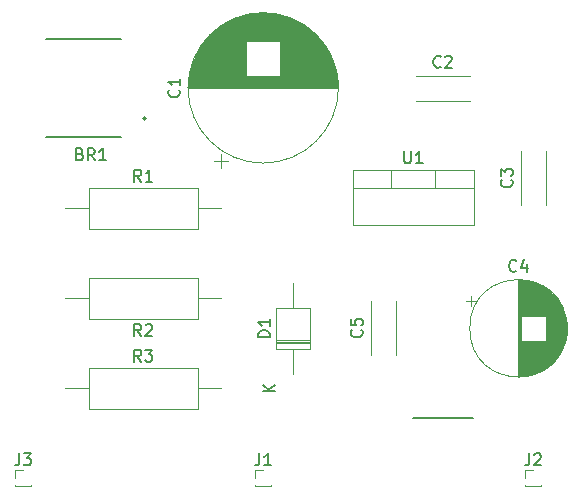
<source format=gbr>
%TF.GenerationSoftware,KiCad,Pcbnew,7.0.10*%
%TF.CreationDate,2024-02-08T23:12:59+01:00*%
%TF.ProjectId,dag-supply,6461672d-7375-4707-906c-792e6b696361,rev?*%
%TF.SameCoordinates,Original*%
%TF.FileFunction,Legend,Top*%
%TF.FilePolarity,Positive*%
%FSLAX46Y46*%
G04 Gerber Fmt 4.6, Leading zero omitted, Abs format (unit mm)*
G04 Created by KiCad (PCBNEW 7.0.10) date 2024-02-08 23:12:59*
%MOMM*%
%LPD*%
G01*
G04 APERTURE LIST*
%ADD10C,0.150000*%
%ADD11C,0.120000*%
%ADD12C,0.127000*%
%ADD13C,0.200000*%
G04 APERTURE END LIST*
D10*
X91440000Y-78740000D02*
X86360000Y-78740000D01*
X66519580Y-50926666D02*
X66567200Y-50974285D01*
X66567200Y-50974285D02*
X66614819Y-51117142D01*
X66614819Y-51117142D02*
X66614819Y-51212380D01*
X66614819Y-51212380D02*
X66567200Y-51355237D01*
X66567200Y-51355237D02*
X66471961Y-51450475D01*
X66471961Y-51450475D02*
X66376723Y-51498094D01*
X66376723Y-51498094D02*
X66186247Y-51545713D01*
X66186247Y-51545713D02*
X66043390Y-51545713D01*
X66043390Y-51545713D02*
X65852914Y-51498094D01*
X65852914Y-51498094D02*
X65757676Y-51450475D01*
X65757676Y-51450475D02*
X65662438Y-51355237D01*
X65662438Y-51355237D02*
X65614819Y-51212380D01*
X65614819Y-51212380D02*
X65614819Y-51117142D01*
X65614819Y-51117142D02*
X65662438Y-50974285D01*
X65662438Y-50974285D02*
X65710057Y-50926666D01*
X66614819Y-49974285D02*
X66614819Y-50545713D01*
X66614819Y-50259999D02*
X65614819Y-50259999D01*
X65614819Y-50259999D02*
X65757676Y-50355237D01*
X65757676Y-50355237D02*
X65852914Y-50450475D01*
X65852914Y-50450475D02*
X65900533Y-50545713D01*
X63333333Y-73934819D02*
X63000000Y-73458628D01*
X62761905Y-73934819D02*
X62761905Y-72934819D01*
X62761905Y-72934819D02*
X63142857Y-72934819D01*
X63142857Y-72934819D02*
X63238095Y-72982438D01*
X63238095Y-72982438D02*
X63285714Y-73030057D01*
X63285714Y-73030057D02*
X63333333Y-73125295D01*
X63333333Y-73125295D02*
X63333333Y-73268152D01*
X63333333Y-73268152D02*
X63285714Y-73363390D01*
X63285714Y-73363390D02*
X63238095Y-73411009D01*
X63238095Y-73411009D02*
X63142857Y-73458628D01*
X63142857Y-73458628D02*
X62761905Y-73458628D01*
X63666667Y-72934819D02*
X64285714Y-72934819D01*
X64285714Y-72934819D02*
X63952381Y-73315771D01*
X63952381Y-73315771D02*
X64095238Y-73315771D01*
X64095238Y-73315771D02*
X64190476Y-73363390D01*
X64190476Y-73363390D02*
X64238095Y-73411009D01*
X64238095Y-73411009D02*
X64285714Y-73506247D01*
X64285714Y-73506247D02*
X64285714Y-73744342D01*
X64285714Y-73744342D02*
X64238095Y-73839580D01*
X64238095Y-73839580D02*
X64190476Y-73887200D01*
X64190476Y-73887200D02*
X64095238Y-73934819D01*
X64095238Y-73934819D02*
X63809524Y-73934819D01*
X63809524Y-73934819D02*
X63714286Y-73887200D01*
X63714286Y-73887200D02*
X63666667Y-73839580D01*
X94679580Y-58546666D02*
X94727200Y-58594285D01*
X94727200Y-58594285D02*
X94774819Y-58737142D01*
X94774819Y-58737142D02*
X94774819Y-58832380D01*
X94774819Y-58832380D02*
X94727200Y-58975237D01*
X94727200Y-58975237D02*
X94631961Y-59070475D01*
X94631961Y-59070475D02*
X94536723Y-59118094D01*
X94536723Y-59118094D02*
X94346247Y-59165713D01*
X94346247Y-59165713D02*
X94203390Y-59165713D01*
X94203390Y-59165713D02*
X94012914Y-59118094D01*
X94012914Y-59118094D02*
X93917676Y-59070475D01*
X93917676Y-59070475D02*
X93822438Y-58975237D01*
X93822438Y-58975237D02*
X93774819Y-58832380D01*
X93774819Y-58832380D02*
X93774819Y-58737142D01*
X93774819Y-58737142D02*
X93822438Y-58594285D01*
X93822438Y-58594285D02*
X93870057Y-58546666D01*
X93774819Y-58213332D02*
X93774819Y-57594285D01*
X93774819Y-57594285D02*
X94155771Y-57927618D01*
X94155771Y-57927618D02*
X94155771Y-57784761D01*
X94155771Y-57784761D02*
X94203390Y-57689523D01*
X94203390Y-57689523D02*
X94251009Y-57641904D01*
X94251009Y-57641904D02*
X94346247Y-57594285D01*
X94346247Y-57594285D02*
X94584342Y-57594285D01*
X94584342Y-57594285D02*
X94679580Y-57641904D01*
X94679580Y-57641904D02*
X94727200Y-57689523D01*
X94727200Y-57689523D02*
X94774819Y-57784761D01*
X94774819Y-57784761D02*
X94774819Y-58070475D01*
X94774819Y-58070475D02*
X94727200Y-58165713D01*
X94727200Y-58165713D02*
X94679580Y-58213332D01*
X81979580Y-71246666D02*
X82027200Y-71294285D01*
X82027200Y-71294285D02*
X82074819Y-71437142D01*
X82074819Y-71437142D02*
X82074819Y-71532380D01*
X82074819Y-71532380D02*
X82027200Y-71675237D01*
X82027200Y-71675237D02*
X81931961Y-71770475D01*
X81931961Y-71770475D02*
X81836723Y-71818094D01*
X81836723Y-71818094D02*
X81646247Y-71865713D01*
X81646247Y-71865713D02*
X81503390Y-71865713D01*
X81503390Y-71865713D02*
X81312914Y-71818094D01*
X81312914Y-71818094D02*
X81217676Y-71770475D01*
X81217676Y-71770475D02*
X81122438Y-71675237D01*
X81122438Y-71675237D02*
X81074819Y-71532380D01*
X81074819Y-71532380D02*
X81074819Y-71437142D01*
X81074819Y-71437142D02*
X81122438Y-71294285D01*
X81122438Y-71294285D02*
X81170057Y-71246666D01*
X81074819Y-70341904D02*
X81074819Y-70818094D01*
X81074819Y-70818094D02*
X81551009Y-70865713D01*
X81551009Y-70865713D02*
X81503390Y-70818094D01*
X81503390Y-70818094D02*
X81455771Y-70722856D01*
X81455771Y-70722856D02*
X81455771Y-70484761D01*
X81455771Y-70484761D02*
X81503390Y-70389523D01*
X81503390Y-70389523D02*
X81551009Y-70341904D01*
X81551009Y-70341904D02*
X81646247Y-70294285D01*
X81646247Y-70294285D02*
X81884342Y-70294285D01*
X81884342Y-70294285D02*
X81979580Y-70341904D01*
X81979580Y-70341904D02*
X82027200Y-70389523D01*
X82027200Y-70389523D02*
X82074819Y-70484761D01*
X82074819Y-70484761D02*
X82074819Y-70722856D01*
X82074819Y-70722856D02*
X82027200Y-70818094D01*
X82027200Y-70818094D02*
X81979580Y-70865713D01*
X95103333Y-66229580D02*
X95055714Y-66277200D01*
X95055714Y-66277200D02*
X94912857Y-66324819D01*
X94912857Y-66324819D02*
X94817619Y-66324819D01*
X94817619Y-66324819D02*
X94674762Y-66277200D01*
X94674762Y-66277200D02*
X94579524Y-66181961D01*
X94579524Y-66181961D02*
X94531905Y-66086723D01*
X94531905Y-66086723D02*
X94484286Y-65896247D01*
X94484286Y-65896247D02*
X94484286Y-65753390D01*
X94484286Y-65753390D02*
X94531905Y-65562914D01*
X94531905Y-65562914D02*
X94579524Y-65467676D01*
X94579524Y-65467676D02*
X94674762Y-65372438D01*
X94674762Y-65372438D02*
X94817619Y-65324819D01*
X94817619Y-65324819D02*
X94912857Y-65324819D01*
X94912857Y-65324819D02*
X95055714Y-65372438D01*
X95055714Y-65372438D02*
X95103333Y-65420057D01*
X95960476Y-65658152D02*
X95960476Y-66324819D01*
X95722381Y-65277200D02*
X95484286Y-65991485D01*
X95484286Y-65991485D02*
X96103333Y-65991485D01*
X85598095Y-56144819D02*
X85598095Y-56954342D01*
X85598095Y-56954342D02*
X85645714Y-57049580D01*
X85645714Y-57049580D02*
X85693333Y-57097200D01*
X85693333Y-57097200D02*
X85788571Y-57144819D01*
X85788571Y-57144819D02*
X85979047Y-57144819D01*
X85979047Y-57144819D02*
X86074285Y-57097200D01*
X86074285Y-57097200D02*
X86121904Y-57049580D01*
X86121904Y-57049580D02*
X86169523Y-56954342D01*
X86169523Y-56954342D02*
X86169523Y-56144819D01*
X87169523Y-57144819D02*
X86598095Y-57144819D01*
X86883809Y-57144819D02*
X86883809Y-56144819D01*
X86883809Y-56144819D02*
X86788571Y-56287676D01*
X86788571Y-56287676D02*
X86693333Y-56382914D01*
X86693333Y-56382914D02*
X86598095Y-56430533D01*
X96186666Y-81714819D02*
X96186666Y-82429104D01*
X96186666Y-82429104D02*
X96139047Y-82571961D01*
X96139047Y-82571961D02*
X96043809Y-82667200D01*
X96043809Y-82667200D02*
X95900952Y-82714819D01*
X95900952Y-82714819D02*
X95805714Y-82714819D01*
X96615238Y-81810057D02*
X96662857Y-81762438D01*
X96662857Y-81762438D02*
X96758095Y-81714819D01*
X96758095Y-81714819D02*
X96996190Y-81714819D01*
X96996190Y-81714819D02*
X97091428Y-81762438D01*
X97091428Y-81762438D02*
X97139047Y-81810057D01*
X97139047Y-81810057D02*
X97186666Y-81905295D01*
X97186666Y-81905295D02*
X97186666Y-82000533D01*
X97186666Y-82000533D02*
X97139047Y-82143390D01*
X97139047Y-82143390D02*
X96567619Y-82714819D01*
X96567619Y-82714819D02*
X97186666Y-82714819D01*
X73326666Y-81714819D02*
X73326666Y-82429104D01*
X73326666Y-82429104D02*
X73279047Y-82571961D01*
X73279047Y-82571961D02*
X73183809Y-82667200D01*
X73183809Y-82667200D02*
X73040952Y-82714819D01*
X73040952Y-82714819D02*
X72945714Y-82714819D01*
X74326666Y-82714819D02*
X73755238Y-82714819D01*
X74040952Y-82714819D02*
X74040952Y-81714819D01*
X74040952Y-81714819D02*
X73945714Y-81857676D01*
X73945714Y-81857676D02*
X73850476Y-81952914D01*
X73850476Y-81952914D02*
X73755238Y-82000533D01*
X88693333Y-48959580D02*
X88645714Y-49007200D01*
X88645714Y-49007200D02*
X88502857Y-49054819D01*
X88502857Y-49054819D02*
X88407619Y-49054819D01*
X88407619Y-49054819D02*
X88264762Y-49007200D01*
X88264762Y-49007200D02*
X88169524Y-48911961D01*
X88169524Y-48911961D02*
X88121905Y-48816723D01*
X88121905Y-48816723D02*
X88074286Y-48626247D01*
X88074286Y-48626247D02*
X88074286Y-48483390D01*
X88074286Y-48483390D02*
X88121905Y-48292914D01*
X88121905Y-48292914D02*
X88169524Y-48197676D01*
X88169524Y-48197676D02*
X88264762Y-48102438D01*
X88264762Y-48102438D02*
X88407619Y-48054819D01*
X88407619Y-48054819D02*
X88502857Y-48054819D01*
X88502857Y-48054819D02*
X88645714Y-48102438D01*
X88645714Y-48102438D02*
X88693333Y-48150057D01*
X89074286Y-48150057D02*
X89121905Y-48102438D01*
X89121905Y-48102438D02*
X89217143Y-48054819D01*
X89217143Y-48054819D02*
X89455238Y-48054819D01*
X89455238Y-48054819D02*
X89550476Y-48102438D01*
X89550476Y-48102438D02*
X89598095Y-48150057D01*
X89598095Y-48150057D02*
X89645714Y-48245295D01*
X89645714Y-48245295D02*
X89645714Y-48340533D01*
X89645714Y-48340533D02*
X89598095Y-48483390D01*
X89598095Y-48483390D02*
X89026667Y-49054819D01*
X89026667Y-49054819D02*
X89645714Y-49054819D01*
X63333333Y-71754819D02*
X63000000Y-71278628D01*
X62761905Y-71754819D02*
X62761905Y-70754819D01*
X62761905Y-70754819D02*
X63142857Y-70754819D01*
X63142857Y-70754819D02*
X63238095Y-70802438D01*
X63238095Y-70802438D02*
X63285714Y-70850057D01*
X63285714Y-70850057D02*
X63333333Y-70945295D01*
X63333333Y-70945295D02*
X63333333Y-71088152D01*
X63333333Y-71088152D02*
X63285714Y-71183390D01*
X63285714Y-71183390D02*
X63238095Y-71231009D01*
X63238095Y-71231009D02*
X63142857Y-71278628D01*
X63142857Y-71278628D02*
X62761905Y-71278628D01*
X63714286Y-70850057D02*
X63761905Y-70802438D01*
X63761905Y-70802438D02*
X63857143Y-70754819D01*
X63857143Y-70754819D02*
X64095238Y-70754819D01*
X64095238Y-70754819D02*
X64190476Y-70802438D01*
X64190476Y-70802438D02*
X64238095Y-70850057D01*
X64238095Y-70850057D02*
X64285714Y-70945295D01*
X64285714Y-70945295D02*
X64285714Y-71040533D01*
X64285714Y-71040533D02*
X64238095Y-71183390D01*
X64238095Y-71183390D02*
X63666667Y-71754819D01*
X63666667Y-71754819D02*
X64285714Y-71754819D01*
X74234819Y-71858094D02*
X73234819Y-71858094D01*
X73234819Y-71858094D02*
X73234819Y-71619999D01*
X73234819Y-71619999D02*
X73282438Y-71477142D01*
X73282438Y-71477142D02*
X73377676Y-71381904D01*
X73377676Y-71381904D02*
X73472914Y-71334285D01*
X73472914Y-71334285D02*
X73663390Y-71286666D01*
X73663390Y-71286666D02*
X73806247Y-71286666D01*
X73806247Y-71286666D02*
X73996723Y-71334285D01*
X73996723Y-71334285D02*
X74091961Y-71381904D01*
X74091961Y-71381904D02*
X74187200Y-71477142D01*
X74187200Y-71477142D02*
X74234819Y-71619999D01*
X74234819Y-71619999D02*
X74234819Y-71858094D01*
X74234819Y-70334285D02*
X74234819Y-70905713D01*
X74234819Y-70619999D02*
X73234819Y-70619999D01*
X73234819Y-70619999D02*
X73377676Y-70715237D01*
X73377676Y-70715237D02*
X73472914Y-70810475D01*
X73472914Y-70810475D02*
X73520533Y-70905713D01*
X74654819Y-76461904D02*
X73654819Y-76461904D01*
X74654819Y-75890476D02*
X74083390Y-76319047D01*
X73654819Y-75890476D02*
X74226247Y-76461904D01*
X63333333Y-58694819D02*
X63000000Y-58218628D01*
X62761905Y-58694819D02*
X62761905Y-57694819D01*
X62761905Y-57694819D02*
X63142857Y-57694819D01*
X63142857Y-57694819D02*
X63238095Y-57742438D01*
X63238095Y-57742438D02*
X63285714Y-57790057D01*
X63285714Y-57790057D02*
X63333333Y-57885295D01*
X63333333Y-57885295D02*
X63333333Y-58028152D01*
X63333333Y-58028152D02*
X63285714Y-58123390D01*
X63285714Y-58123390D02*
X63238095Y-58171009D01*
X63238095Y-58171009D02*
X63142857Y-58218628D01*
X63142857Y-58218628D02*
X62761905Y-58218628D01*
X64285714Y-58694819D02*
X63714286Y-58694819D01*
X64000000Y-58694819D02*
X64000000Y-57694819D01*
X64000000Y-57694819D02*
X63904762Y-57837676D01*
X63904762Y-57837676D02*
X63809524Y-57932914D01*
X63809524Y-57932914D02*
X63714286Y-57980533D01*
X53006666Y-81714819D02*
X53006666Y-82429104D01*
X53006666Y-82429104D02*
X52959047Y-82571961D01*
X52959047Y-82571961D02*
X52863809Y-82667200D01*
X52863809Y-82667200D02*
X52720952Y-82714819D01*
X52720952Y-82714819D02*
X52625714Y-82714819D01*
X53387619Y-81714819D02*
X54006666Y-81714819D01*
X54006666Y-81714819D02*
X53673333Y-82095771D01*
X53673333Y-82095771D02*
X53816190Y-82095771D01*
X53816190Y-82095771D02*
X53911428Y-82143390D01*
X53911428Y-82143390D02*
X53959047Y-82191009D01*
X53959047Y-82191009D02*
X54006666Y-82286247D01*
X54006666Y-82286247D02*
X54006666Y-82524342D01*
X54006666Y-82524342D02*
X53959047Y-82619580D01*
X53959047Y-82619580D02*
X53911428Y-82667200D01*
X53911428Y-82667200D02*
X53816190Y-82714819D01*
X53816190Y-82714819D02*
X53530476Y-82714819D01*
X53530476Y-82714819D02*
X53435238Y-82667200D01*
X53435238Y-82667200D02*
X53387619Y-82619580D01*
X58160238Y-56366009D02*
X58303095Y-56413628D01*
X58303095Y-56413628D02*
X58350714Y-56461247D01*
X58350714Y-56461247D02*
X58398333Y-56556485D01*
X58398333Y-56556485D02*
X58398333Y-56699342D01*
X58398333Y-56699342D02*
X58350714Y-56794580D01*
X58350714Y-56794580D02*
X58303095Y-56842200D01*
X58303095Y-56842200D02*
X58207857Y-56889819D01*
X58207857Y-56889819D02*
X57826905Y-56889819D01*
X57826905Y-56889819D02*
X57826905Y-55889819D01*
X57826905Y-55889819D02*
X58160238Y-55889819D01*
X58160238Y-55889819D02*
X58255476Y-55937438D01*
X58255476Y-55937438D02*
X58303095Y-55985057D01*
X58303095Y-55985057D02*
X58350714Y-56080295D01*
X58350714Y-56080295D02*
X58350714Y-56175533D01*
X58350714Y-56175533D02*
X58303095Y-56270771D01*
X58303095Y-56270771D02*
X58255476Y-56318390D01*
X58255476Y-56318390D02*
X58160238Y-56366009D01*
X58160238Y-56366009D02*
X57826905Y-56366009D01*
X59398333Y-56889819D02*
X59065000Y-56413628D01*
X58826905Y-56889819D02*
X58826905Y-55889819D01*
X58826905Y-55889819D02*
X59207857Y-55889819D01*
X59207857Y-55889819D02*
X59303095Y-55937438D01*
X59303095Y-55937438D02*
X59350714Y-55985057D01*
X59350714Y-55985057D02*
X59398333Y-56080295D01*
X59398333Y-56080295D02*
X59398333Y-56223152D01*
X59398333Y-56223152D02*
X59350714Y-56318390D01*
X59350714Y-56318390D02*
X59303095Y-56366009D01*
X59303095Y-56366009D02*
X59207857Y-56413628D01*
X59207857Y-56413628D02*
X58826905Y-56413628D01*
X60350714Y-56889819D02*
X59779286Y-56889819D01*
X60065000Y-56889819D02*
X60065000Y-55889819D01*
X60065000Y-55889819D02*
X59969762Y-56032676D01*
X59969762Y-56032676D02*
X59874524Y-56127914D01*
X59874524Y-56127914D02*
X59779286Y-56175533D01*
D11*
%TO.C,C1*%
X70085000Y-57577082D02*
X70085000Y-56327082D01*
X69460000Y-56952082D02*
X70710000Y-56952082D01*
X67330000Y-50760000D02*
X79990000Y-50760000D01*
X67330000Y-50720000D02*
X79990000Y-50720000D01*
X67330000Y-50680000D02*
X79990000Y-50680000D01*
X67331000Y-50640000D02*
X79989000Y-50640000D01*
X67332000Y-50600000D02*
X79988000Y-50600000D01*
X67333000Y-50560000D02*
X79987000Y-50560000D01*
X67334000Y-50520000D02*
X79986000Y-50520000D01*
X67336000Y-50480000D02*
X79984000Y-50480000D01*
X67338000Y-50440000D02*
X79982000Y-50440000D01*
X67340000Y-50400000D02*
X79980000Y-50400000D01*
X67342000Y-50360000D02*
X79978000Y-50360000D01*
X67345000Y-50320000D02*
X79975000Y-50320000D01*
X67348000Y-50280000D02*
X79972000Y-50280000D01*
X67351000Y-50240000D02*
X79969000Y-50240000D01*
X67354000Y-50200000D02*
X79966000Y-50200000D01*
X67358000Y-50160000D02*
X79962000Y-50160000D01*
X67362000Y-50120000D02*
X79958000Y-50120000D01*
X67366000Y-50080000D02*
X79954000Y-50080000D01*
X67370000Y-50039000D02*
X79950000Y-50039000D01*
X67375000Y-49999000D02*
X79945000Y-49999000D01*
X67380000Y-49959000D02*
X79940000Y-49959000D01*
X67385000Y-49919000D02*
X79935000Y-49919000D01*
X67391000Y-49879000D02*
X79929000Y-49879000D01*
X67396000Y-49839000D02*
X79924000Y-49839000D01*
X67402000Y-49799000D02*
X79918000Y-49799000D01*
X67408000Y-49759000D02*
X79912000Y-49759000D01*
X67415000Y-49719000D02*
X79905000Y-49719000D01*
X67422000Y-49679000D02*
X72220000Y-49679000D01*
X75100000Y-49679000D02*
X79898000Y-49679000D01*
X67429000Y-49639000D02*
X72220000Y-49639000D01*
X75100000Y-49639000D02*
X79891000Y-49639000D01*
X67436000Y-49599000D02*
X72220000Y-49599000D01*
X75100000Y-49599000D02*
X79884000Y-49599000D01*
X67444000Y-49559000D02*
X72220000Y-49559000D01*
X75100000Y-49559000D02*
X79876000Y-49559000D01*
X67451000Y-49519000D02*
X72220000Y-49519000D01*
X75100000Y-49519000D02*
X79869000Y-49519000D01*
X67459000Y-49479000D02*
X72220000Y-49479000D01*
X75100000Y-49479000D02*
X79861000Y-49479000D01*
X67468000Y-49439000D02*
X72220000Y-49439000D01*
X75100000Y-49439000D02*
X79852000Y-49439000D01*
X67476000Y-49399000D02*
X72220000Y-49399000D01*
X75100000Y-49399000D02*
X79844000Y-49399000D01*
X67485000Y-49359000D02*
X72220000Y-49359000D01*
X75100000Y-49359000D02*
X79835000Y-49359000D01*
X67494000Y-49319000D02*
X72220000Y-49319000D01*
X75100000Y-49319000D02*
X79826000Y-49319000D01*
X67504000Y-49279000D02*
X72220000Y-49279000D01*
X75100000Y-49279000D02*
X79816000Y-49279000D01*
X67514000Y-49239000D02*
X72220000Y-49239000D01*
X75100000Y-49239000D02*
X79806000Y-49239000D01*
X67523000Y-49199000D02*
X72220000Y-49199000D01*
X75100000Y-49199000D02*
X79797000Y-49199000D01*
X67534000Y-49159000D02*
X72220000Y-49159000D01*
X75100000Y-49159000D02*
X79786000Y-49159000D01*
X67544000Y-49119000D02*
X72220000Y-49119000D01*
X75100000Y-49119000D02*
X79776000Y-49119000D01*
X67555000Y-49079000D02*
X72220000Y-49079000D01*
X75100000Y-49079000D02*
X79765000Y-49079000D01*
X67566000Y-49039000D02*
X72220000Y-49039000D01*
X75100000Y-49039000D02*
X79754000Y-49039000D01*
X67577000Y-48999000D02*
X72220000Y-48999000D01*
X75100000Y-48999000D02*
X79743000Y-48999000D01*
X67589000Y-48959000D02*
X72220000Y-48959000D01*
X75100000Y-48959000D02*
X79731000Y-48959000D01*
X67601000Y-48919000D02*
X72220000Y-48919000D01*
X75100000Y-48919000D02*
X79719000Y-48919000D01*
X67613000Y-48879000D02*
X72220000Y-48879000D01*
X75100000Y-48879000D02*
X79707000Y-48879000D01*
X67626000Y-48839000D02*
X72220000Y-48839000D01*
X75100000Y-48839000D02*
X79694000Y-48839000D01*
X67639000Y-48799000D02*
X72220000Y-48799000D01*
X75100000Y-48799000D02*
X79681000Y-48799000D01*
X67652000Y-48759000D02*
X72220000Y-48759000D01*
X75100000Y-48759000D02*
X79668000Y-48759000D01*
X67665000Y-48719000D02*
X72220000Y-48719000D01*
X75100000Y-48719000D02*
X79655000Y-48719000D01*
X67679000Y-48679000D02*
X72220000Y-48679000D01*
X75100000Y-48679000D02*
X79641000Y-48679000D01*
X67693000Y-48639000D02*
X72220000Y-48639000D01*
X75100000Y-48639000D02*
X79627000Y-48639000D01*
X67707000Y-48599000D02*
X72220000Y-48599000D01*
X75100000Y-48599000D02*
X79613000Y-48599000D01*
X67721000Y-48559000D02*
X72220000Y-48559000D01*
X75100000Y-48559000D02*
X79599000Y-48559000D01*
X67736000Y-48519000D02*
X72220000Y-48519000D01*
X75100000Y-48519000D02*
X79584000Y-48519000D01*
X67752000Y-48479000D02*
X72220000Y-48479000D01*
X75100000Y-48479000D02*
X79568000Y-48479000D01*
X67767000Y-48439000D02*
X72220000Y-48439000D01*
X75100000Y-48439000D02*
X79553000Y-48439000D01*
X67783000Y-48399000D02*
X72220000Y-48399000D01*
X75100000Y-48399000D02*
X79537000Y-48399000D01*
X67799000Y-48359000D02*
X72220000Y-48359000D01*
X75100000Y-48359000D02*
X79521000Y-48359000D01*
X67815000Y-48319000D02*
X72220000Y-48319000D01*
X75100000Y-48319000D02*
X79505000Y-48319000D01*
X67832000Y-48279000D02*
X72220000Y-48279000D01*
X75100000Y-48279000D02*
X79488000Y-48279000D01*
X67849000Y-48239000D02*
X72220000Y-48239000D01*
X75100000Y-48239000D02*
X79471000Y-48239000D01*
X67867000Y-48199000D02*
X72220000Y-48199000D01*
X75100000Y-48199000D02*
X79453000Y-48199000D01*
X67884000Y-48159000D02*
X72220000Y-48159000D01*
X75100000Y-48159000D02*
X79436000Y-48159000D01*
X67902000Y-48119000D02*
X72220000Y-48119000D01*
X75100000Y-48119000D02*
X79418000Y-48119000D01*
X67921000Y-48079000D02*
X72220000Y-48079000D01*
X75100000Y-48079000D02*
X79399000Y-48079000D01*
X67939000Y-48039000D02*
X72220000Y-48039000D01*
X75100000Y-48039000D02*
X79381000Y-48039000D01*
X67958000Y-47999000D02*
X72220000Y-47999000D01*
X75100000Y-47999000D02*
X79362000Y-47999000D01*
X67978000Y-47959000D02*
X72220000Y-47959000D01*
X75100000Y-47959000D02*
X79342000Y-47959000D01*
X67998000Y-47919000D02*
X72220000Y-47919000D01*
X75100000Y-47919000D02*
X79322000Y-47919000D01*
X68018000Y-47879000D02*
X72220000Y-47879000D01*
X75100000Y-47879000D02*
X79302000Y-47879000D01*
X68038000Y-47839000D02*
X72220000Y-47839000D01*
X75100000Y-47839000D02*
X79282000Y-47839000D01*
X68059000Y-47799000D02*
X72220000Y-47799000D01*
X75100000Y-47799000D02*
X79261000Y-47799000D01*
X68080000Y-47759000D02*
X72220000Y-47759000D01*
X75100000Y-47759000D02*
X79240000Y-47759000D01*
X68102000Y-47719000D02*
X72220000Y-47719000D01*
X75100000Y-47719000D02*
X79218000Y-47719000D01*
X68124000Y-47679000D02*
X72220000Y-47679000D01*
X75100000Y-47679000D02*
X79196000Y-47679000D01*
X68146000Y-47639000D02*
X72220000Y-47639000D01*
X75100000Y-47639000D02*
X79174000Y-47639000D01*
X68169000Y-47599000D02*
X72220000Y-47599000D01*
X75100000Y-47599000D02*
X79151000Y-47599000D01*
X68192000Y-47559000D02*
X72220000Y-47559000D01*
X75100000Y-47559000D02*
X79128000Y-47559000D01*
X68215000Y-47519000D02*
X72220000Y-47519000D01*
X75100000Y-47519000D02*
X79105000Y-47519000D01*
X68239000Y-47479000D02*
X72220000Y-47479000D01*
X75100000Y-47479000D02*
X79081000Y-47479000D01*
X68263000Y-47439000D02*
X72220000Y-47439000D01*
X75100000Y-47439000D02*
X79057000Y-47439000D01*
X68288000Y-47399000D02*
X72220000Y-47399000D01*
X75100000Y-47399000D02*
X79032000Y-47399000D01*
X68313000Y-47359000D02*
X72220000Y-47359000D01*
X75100000Y-47359000D02*
X79007000Y-47359000D01*
X68338000Y-47319000D02*
X72220000Y-47319000D01*
X75100000Y-47319000D02*
X78982000Y-47319000D01*
X68364000Y-47279000D02*
X72220000Y-47279000D01*
X75100000Y-47279000D02*
X78956000Y-47279000D01*
X68390000Y-47239000D02*
X72220000Y-47239000D01*
X75100000Y-47239000D02*
X78930000Y-47239000D01*
X68417000Y-47199000D02*
X72220000Y-47199000D01*
X75100000Y-47199000D02*
X78903000Y-47199000D01*
X68444000Y-47159000D02*
X72220000Y-47159000D01*
X75100000Y-47159000D02*
X78876000Y-47159000D01*
X68472000Y-47119000D02*
X72220000Y-47119000D01*
X75100000Y-47119000D02*
X78848000Y-47119000D01*
X68500000Y-47079000D02*
X72220000Y-47079000D01*
X75100000Y-47079000D02*
X78820000Y-47079000D01*
X68529000Y-47039000D02*
X72220000Y-47039000D01*
X75100000Y-47039000D02*
X78791000Y-47039000D01*
X68558000Y-46999000D02*
X72220000Y-46999000D01*
X75100000Y-46999000D02*
X78762000Y-46999000D01*
X68587000Y-46959000D02*
X72220000Y-46959000D01*
X75100000Y-46959000D02*
X78733000Y-46959000D01*
X68617000Y-46919000D02*
X72220000Y-46919000D01*
X75100000Y-46919000D02*
X78703000Y-46919000D01*
X68648000Y-46879000D02*
X72220000Y-46879000D01*
X75100000Y-46879000D02*
X78672000Y-46879000D01*
X68678000Y-46839000D02*
X72220000Y-46839000D01*
X75100000Y-46839000D02*
X78642000Y-46839000D01*
X68710000Y-46799000D02*
X78610000Y-46799000D01*
X68742000Y-46759000D02*
X78578000Y-46759000D01*
X68775000Y-46719000D02*
X78545000Y-46719000D01*
X68808000Y-46679000D02*
X78512000Y-46679000D01*
X68841000Y-46639000D02*
X78479000Y-46639000D01*
X68875000Y-46599000D02*
X78445000Y-46599000D01*
X68910000Y-46559000D02*
X78410000Y-46559000D01*
X68946000Y-46519000D02*
X78374000Y-46519000D01*
X68982000Y-46479000D02*
X78338000Y-46479000D01*
X69018000Y-46439000D02*
X78302000Y-46439000D01*
X69055000Y-46399000D02*
X78265000Y-46399000D01*
X69093000Y-46359000D02*
X78227000Y-46359000D01*
X69132000Y-46319000D02*
X78188000Y-46319000D01*
X69171000Y-46279000D02*
X78149000Y-46279000D01*
X69211000Y-46239000D02*
X78109000Y-46239000D01*
X69252000Y-46199000D02*
X78068000Y-46199000D01*
X69293000Y-46159000D02*
X78027000Y-46159000D01*
X69335000Y-46119000D02*
X77985000Y-46119000D01*
X69378000Y-46079000D02*
X77942000Y-46079000D01*
X69422000Y-46039000D02*
X77898000Y-46039000D01*
X69466000Y-45999000D02*
X77854000Y-45999000D01*
X69512000Y-45959000D02*
X77808000Y-45959000D01*
X69558000Y-45919000D02*
X77762000Y-45919000D01*
X69605000Y-45879000D02*
X77715000Y-45879000D01*
X69653000Y-45839000D02*
X77667000Y-45839000D01*
X69703000Y-45799000D02*
X77617000Y-45799000D01*
X69753000Y-45759000D02*
X77567000Y-45759000D01*
X69804000Y-45719000D02*
X77516000Y-45719000D01*
X69856000Y-45679000D02*
X77464000Y-45679000D01*
X69910000Y-45639000D02*
X77410000Y-45639000D01*
X69964000Y-45599000D02*
X77356000Y-45599000D01*
X70020000Y-45559000D02*
X77300000Y-45559000D01*
X70077000Y-45519000D02*
X77243000Y-45519000D01*
X70136000Y-45479000D02*
X77184000Y-45479000D01*
X70196000Y-45439000D02*
X77124000Y-45439000D01*
X70258000Y-45399000D02*
X77062000Y-45399000D01*
X70321000Y-45359000D02*
X76999000Y-45359000D01*
X70385000Y-45319000D02*
X76935000Y-45319000D01*
X70452000Y-45279000D02*
X76868000Y-45279000D01*
X70520000Y-45239000D02*
X76800000Y-45239000D01*
X70591000Y-45199000D02*
X76729000Y-45199000D01*
X70664000Y-45159000D02*
X76656000Y-45159000D01*
X70739000Y-45119000D02*
X76581000Y-45119000D01*
X70816000Y-45079000D02*
X76504000Y-45079000D01*
X70896000Y-45039000D02*
X76424000Y-45039000D01*
X70979000Y-44999000D02*
X76341000Y-44999000D01*
X71066000Y-44959000D02*
X76254000Y-44959000D01*
X71156000Y-44919000D02*
X76164000Y-44919000D01*
X71250000Y-44879000D02*
X76070000Y-44879000D01*
X71348000Y-44839000D02*
X75972000Y-44839000D01*
X71451000Y-44799000D02*
X75869000Y-44799000D01*
X71560000Y-44759000D02*
X75760000Y-44759000D01*
X71676000Y-44719000D02*
X75644000Y-44719000D01*
X71799000Y-44679000D02*
X75521000Y-44679000D01*
X71932000Y-44639000D02*
X75388000Y-44639000D01*
X72077000Y-44599000D02*
X75243000Y-44599000D01*
X72238000Y-44559000D02*
X75082000Y-44559000D01*
X72419000Y-44519000D02*
X74901000Y-44519000D01*
X72632000Y-44479000D02*
X74688000Y-44479000D01*
X72903000Y-44439000D02*
X74417000Y-44439000D01*
X73343000Y-44399000D02*
X73977000Y-44399000D01*
X80030000Y-50760000D02*
G75*
G03*
X67290000Y-50760000I-6370000J0D01*
G01*
X67290000Y-50760000D02*
G75*
G03*
X80030000Y-50760000I6370000J0D01*
G01*
%TO.C,R3*%
X56920000Y-76200000D02*
X58880000Y-76200000D01*
X58880000Y-74480000D02*
X58880000Y-77920000D01*
X58880000Y-77920000D02*
X68120000Y-77920000D01*
X68120000Y-74480000D02*
X58880000Y-74480000D01*
X68120000Y-77920000D02*
X68120000Y-74480000D01*
X70080000Y-76200000D02*
X68120000Y-76200000D01*
%TO.C,C3*%
X95450000Y-60650000D02*
X95465000Y-60650000D01*
X95450000Y-60650000D02*
X95450000Y-56110000D01*
X97575000Y-60650000D02*
X97590000Y-60650000D01*
X97590000Y-60650000D02*
X97590000Y-56110000D01*
X95450000Y-56110000D02*
X95465000Y-56110000D01*
X97575000Y-56110000D02*
X97590000Y-56110000D01*
%TO.C,C5*%
X82750000Y-73350000D02*
X82765000Y-73350000D01*
X82750000Y-73350000D02*
X82750000Y-68810000D01*
X84875000Y-73350000D02*
X84890000Y-73350000D01*
X84890000Y-73350000D02*
X84890000Y-68810000D01*
X82750000Y-68810000D02*
X82765000Y-68810000D01*
X84875000Y-68810000D02*
X84890000Y-68810000D01*
%TO.C,C4*%
X90860302Y-68805000D02*
X91660302Y-68805000D01*
X91260302Y-68405000D02*
X91260302Y-69205000D01*
X95270000Y-67040000D02*
X95270000Y-75200000D01*
X95310000Y-67040000D02*
X95310000Y-75200000D01*
X95350000Y-67040000D02*
X95350000Y-75200000D01*
X95390000Y-67041000D02*
X95390000Y-75199000D01*
X95430000Y-67043000D02*
X95430000Y-75197000D01*
X95470000Y-67044000D02*
X95470000Y-75196000D01*
X95510000Y-67046000D02*
X95510000Y-70080000D01*
X95510000Y-72160000D02*
X95510000Y-75194000D01*
X95550000Y-67049000D02*
X95550000Y-70080000D01*
X95550000Y-72160000D02*
X95550000Y-75191000D01*
X95590000Y-67052000D02*
X95590000Y-70080000D01*
X95590000Y-72160000D02*
X95590000Y-75188000D01*
X95630000Y-67055000D02*
X95630000Y-70080000D01*
X95630000Y-72160000D02*
X95630000Y-75185000D01*
X95670000Y-67059000D02*
X95670000Y-70080000D01*
X95670000Y-72160000D02*
X95670000Y-75181000D01*
X95710000Y-67063000D02*
X95710000Y-70080000D01*
X95710000Y-72160000D02*
X95710000Y-75177000D01*
X95750000Y-67068000D02*
X95750000Y-70080000D01*
X95750000Y-72160000D02*
X95750000Y-75172000D01*
X95790000Y-67072000D02*
X95790000Y-70080000D01*
X95790000Y-72160000D02*
X95790000Y-75168000D01*
X95830000Y-67078000D02*
X95830000Y-70080000D01*
X95830000Y-72160000D02*
X95830000Y-75162000D01*
X95870000Y-67083000D02*
X95870000Y-70080000D01*
X95870000Y-72160000D02*
X95870000Y-75157000D01*
X95910000Y-67090000D02*
X95910000Y-70080000D01*
X95910000Y-72160000D02*
X95910000Y-75150000D01*
X95950000Y-67096000D02*
X95950000Y-70080000D01*
X95950000Y-72160000D02*
X95950000Y-75144000D01*
X95991000Y-67103000D02*
X95991000Y-70080000D01*
X95991000Y-72160000D02*
X95991000Y-75137000D01*
X96031000Y-67110000D02*
X96031000Y-70080000D01*
X96031000Y-72160000D02*
X96031000Y-75130000D01*
X96071000Y-67118000D02*
X96071000Y-70080000D01*
X96071000Y-72160000D02*
X96071000Y-75122000D01*
X96111000Y-67126000D02*
X96111000Y-70080000D01*
X96111000Y-72160000D02*
X96111000Y-75114000D01*
X96151000Y-67135000D02*
X96151000Y-70080000D01*
X96151000Y-72160000D02*
X96151000Y-75105000D01*
X96191000Y-67144000D02*
X96191000Y-70080000D01*
X96191000Y-72160000D02*
X96191000Y-75096000D01*
X96231000Y-67153000D02*
X96231000Y-70080000D01*
X96231000Y-72160000D02*
X96231000Y-75087000D01*
X96271000Y-67163000D02*
X96271000Y-70080000D01*
X96271000Y-72160000D02*
X96271000Y-75077000D01*
X96311000Y-67173000D02*
X96311000Y-70080000D01*
X96311000Y-72160000D02*
X96311000Y-75067000D01*
X96351000Y-67184000D02*
X96351000Y-70080000D01*
X96351000Y-72160000D02*
X96351000Y-75056000D01*
X96391000Y-67195000D02*
X96391000Y-70080000D01*
X96391000Y-72160000D02*
X96391000Y-75045000D01*
X96431000Y-67206000D02*
X96431000Y-70080000D01*
X96431000Y-72160000D02*
X96431000Y-75034000D01*
X96471000Y-67218000D02*
X96471000Y-70080000D01*
X96471000Y-72160000D02*
X96471000Y-75022000D01*
X96511000Y-67231000D02*
X96511000Y-70080000D01*
X96511000Y-72160000D02*
X96511000Y-75009000D01*
X96551000Y-67243000D02*
X96551000Y-70080000D01*
X96551000Y-72160000D02*
X96551000Y-74997000D01*
X96591000Y-67257000D02*
X96591000Y-70080000D01*
X96591000Y-72160000D02*
X96591000Y-74983000D01*
X96631000Y-67270000D02*
X96631000Y-70080000D01*
X96631000Y-72160000D02*
X96631000Y-74970000D01*
X96671000Y-67285000D02*
X96671000Y-70080000D01*
X96671000Y-72160000D02*
X96671000Y-74955000D01*
X96711000Y-67299000D02*
X96711000Y-70080000D01*
X96711000Y-72160000D02*
X96711000Y-74941000D01*
X96751000Y-67315000D02*
X96751000Y-70080000D01*
X96751000Y-72160000D02*
X96751000Y-74925000D01*
X96791000Y-67330000D02*
X96791000Y-70080000D01*
X96791000Y-72160000D02*
X96791000Y-74910000D01*
X96831000Y-67346000D02*
X96831000Y-70080000D01*
X96831000Y-72160000D02*
X96831000Y-74894000D01*
X96871000Y-67363000D02*
X96871000Y-70080000D01*
X96871000Y-72160000D02*
X96871000Y-74877000D01*
X96911000Y-67380000D02*
X96911000Y-70080000D01*
X96911000Y-72160000D02*
X96911000Y-74860000D01*
X96951000Y-67398000D02*
X96951000Y-70080000D01*
X96951000Y-72160000D02*
X96951000Y-74842000D01*
X96991000Y-67416000D02*
X96991000Y-70080000D01*
X96991000Y-72160000D02*
X96991000Y-74824000D01*
X97031000Y-67434000D02*
X97031000Y-70080000D01*
X97031000Y-72160000D02*
X97031000Y-74806000D01*
X97071000Y-67454000D02*
X97071000Y-70080000D01*
X97071000Y-72160000D02*
X97071000Y-74786000D01*
X97111000Y-67473000D02*
X97111000Y-70080000D01*
X97111000Y-72160000D02*
X97111000Y-74767000D01*
X97151000Y-67493000D02*
X97151000Y-70080000D01*
X97151000Y-72160000D02*
X97151000Y-74747000D01*
X97191000Y-67514000D02*
X97191000Y-70080000D01*
X97191000Y-72160000D02*
X97191000Y-74726000D01*
X97231000Y-67536000D02*
X97231000Y-70080000D01*
X97231000Y-72160000D02*
X97231000Y-74704000D01*
X97271000Y-67558000D02*
X97271000Y-70080000D01*
X97271000Y-72160000D02*
X97271000Y-74682000D01*
X97311000Y-67580000D02*
X97311000Y-70080000D01*
X97311000Y-72160000D02*
X97311000Y-74660000D01*
X97351000Y-67603000D02*
X97351000Y-70080000D01*
X97351000Y-72160000D02*
X97351000Y-74637000D01*
X97391000Y-67627000D02*
X97391000Y-70080000D01*
X97391000Y-72160000D02*
X97391000Y-74613000D01*
X97431000Y-67651000D02*
X97431000Y-70080000D01*
X97431000Y-72160000D02*
X97431000Y-74589000D01*
X97471000Y-67676000D02*
X97471000Y-70080000D01*
X97471000Y-72160000D02*
X97471000Y-74564000D01*
X97511000Y-67702000D02*
X97511000Y-70080000D01*
X97511000Y-72160000D02*
X97511000Y-74538000D01*
X97551000Y-67728000D02*
X97551000Y-70080000D01*
X97551000Y-72160000D02*
X97551000Y-74512000D01*
X97591000Y-67755000D02*
X97591000Y-74485000D01*
X97631000Y-67782000D02*
X97631000Y-74458000D01*
X97671000Y-67811000D02*
X97671000Y-74429000D01*
X97711000Y-67840000D02*
X97711000Y-74400000D01*
X97751000Y-67870000D02*
X97751000Y-74370000D01*
X97791000Y-67900000D02*
X97791000Y-74340000D01*
X97831000Y-67931000D02*
X97831000Y-74309000D01*
X97871000Y-67964000D02*
X97871000Y-74276000D01*
X97911000Y-67996000D02*
X97911000Y-74244000D01*
X97951000Y-68030000D02*
X97951000Y-74210000D01*
X97991000Y-68065000D02*
X97991000Y-74175000D01*
X98031000Y-68101000D02*
X98031000Y-74139000D01*
X98071000Y-68137000D02*
X98071000Y-74103000D01*
X98111000Y-68175000D02*
X98111000Y-74065000D01*
X98151000Y-68213000D02*
X98151000Y-74027000D01*
X98191000Y-68253000D02*
X98191000Y-73987000D01*
X98231000Y-68294000D02*
X98231000Y-73946000D01*
X98271000Y-68336000D02*
X98271000Y-73904000D01*
X98311000Y-68379000D02*
X98311000Y-73861000D01*
X98351000Y-68423000D02*
X98351000Y-73817000D01*
X98391000Y-68469000D02*
X98391000Y-73771000D01*
X98431000Y-68516000D02*
X98431000Y-73724000D01*
X98471000Y-68564000D02*
X98471000Y-73676000D01*
X98511000Y-68615000D02*
X98511000Y-73625000D01*
X98551000Y-68666000D02*
X98551000Y-73574000D01*
X98591000Y-68720000D02*
X98591000Y-73520000D01*
X98631000Y-68775000D02*
X98631000Y-73465000D01*
X98671000Y-68833000D02*
X98671000Y-73407000D01*
X98711000Y-68892000D02*
X98711000Y-73348000D01*
X98751000Y-68954000D02*
X98751000Y-73286000D01*
X98791000Y-69018000D02*
X98791000Y-73222000D01*
X98831000Y-69086000D02*
X98831000Y-73154000D01*
X98871000Y-69156000D02*
X98871000Y-73084000D01*
X98911000Y-69230000D02*
X98911000Y-73010000D01*
X98951000Y-69307000D02*
X98951000Y-72933000D01*
X98991000Y-69389000D02*
X98991000Y-72851000D01*
X99031000Y-69475000D02*
X99031000Y-72765000D01*
X99071000Y-69568000D02*
X99071000Y-72672000D01*
X99111000Y-69667000D02*
X99111000Y-72573000D01*
X99151000Y-69774000D02*
X99151000Y-72466000D01*
X99191000Y-69891000D02*
X99191000Y-72349000D01*
X99231000Y-70022000D02*
X99231000Y-72218000D01*
X99271000Y-70172000D02*
X99271000Y-72068000D01*
X99311000Y-70352000D02*
X99311000Y-71888000D01*
X99351000Y-70587000D02*
X99351000Y-71653000D01*
X99390000Y-71120000D02*
G75*
G03*
X91150000Y-71120000I-4120000J0D01*
G01*
X91150000Y-71120000D02*
G75*
G03*
X99390000Y-71120000I4120000J0D01*
G01*
%TO.C,U1*%
X81240000Y-57690000D02*
X81240000Y-62331000D01*
X81240000Y-57690000D02*
X91480000Y-57690000D01*
X81240000Y-59200000D02*
X91480000Y-59200000D01*
X81240000Y-62331000D02*
X91480000Y-62331000D01*
X84510000Y-57690000D02*
X84510000Y-59200000D01*
X88211000Y-57690000D02*
X88211000Y-59200000D01*
X91480000Y-57690000D02*
X91480000Y-62331000D01*
%TO.C,J2*%
X95825000Y-83135000D02*
X96520000Y-83135000D01*
X95825000Y-83820000D02*
X95825000Y-83135000D01*
X95825000Y-84505000D02*
X95825000Y-84380000D01*
X95825000Y-84505000D02*
X95911724Y-84505000D01*
X95825000Y-84505000D02*
X97215000Y-84505000D01*
X97128276Y-84505000D02*
X97215000Y-84505000D01*
X97215000Y-84505000D02*
X97215000Y-84380000D01*
%TO.C,J1*%
X72965000Y-83135000D02*
X73660000Y-83135000D01*
X72965000Y-83820000D02*
X72965000Y-83135000D01*
X72965000Y-84505000D02*
X72965000Y-84380000D01*
X72965000Y-84505000D02*
X73051724Y-84505000D01*
X72965000Y-84505000D02*
X74355000Y-84505000D01*
X74268276Y-84505000D02*
X74355000Y-84505000D01*
X74355000Y-84505000D02*
X74355000Y-84380000D01*
%TO.C,C2*%
X86590000Y-49730000D02*
X86590000Y-49745000D01*
X86590000Y-49730000D02*
X91130000Y-49730000D01*
X86590000Y-51855000D02*
X86590000Y-51870000D01*
X86590000Y-51870000D02*
X91130000Y-51870000D01*
X91130000Y-49730000D02*
X91130000Y-49745000D01*
X91130000Y-51855000D02*
X91130000Y-51870000D01*
%TO.C,R2*%
X70080000Y-68580000D02*
X68120000Y-68580000D01*
X68120000Y-70300000D02*
X68120000Y-66860000D01*
X68120000Y-66860000D02*
X58880000Y-66860000D01*
X58880000Y-70300000D02*
X68120000Y-70300000D01*
X58880000Y-66860000D02*
X58880000Y-70300000D01*
X56920000Y-68580000D02*
X58880000Y-68580000D01*
%TO.C,D1*%
X76200000Y-74960000D02*
X76200000Y-72840000D01*
X74780000Y-72840000D02*
X77620000Y-72840000D01*
X77620000Y-72840000D02*
X77620000Y-69400000D01*
X74780000Y-72360000D02*
X77620000Y-72360000D01*
X74780000Y-72240000D02*
X77620000Y-72240000D01*
X74780000Y-72120000D02*
X77620000Y-72120000D01*
X74780000Y-69400000D02*
X74780000Y-72840000D01*
X77620000Y-69400000D02*
X74780000Y-69400000D01*
X76200000Y-67280000D02*
X76200000Y-69400000D01*
%TO.C,R1*%
X56920000Y-60960000D02*
X58880000Y-60960000D01*
X58880000Y-59240000D02*
X58880000Y-62680000D01*
X58880000Y-62680000D02*
X68120000Y-62680000D01*
X68120000Y-59240000D02*
X58880000Y-59240000D01*
X68120000Y-62680000D02*
X68120000Y-59240000D01*
X70080000Y-60960000D02*
X68120000Y-60960000D01*
%TO.C,J3*%
X52645000Y-83135000D02*
X53340000Y-83135000D01*
X52645000Y-83820000D02*
X52645000Y-83135000D01*
X52645000Y-84505000D02*
X52645000Y-84380000D01*
X52645000Y-84505000D02*
X52731724Y-84505000D01*
X52645000Y-84505000D02*
X54035000Y-84505000D01*
X53948276Y-84505000D02*
X54035000Y-84505000D01*
X54035000Y-84505000D02*
X54035000Y-84380000D01*
D12*
%TO.C,BR1*%
X61595000Y-54950000D02*
X55245000Y-54950000D01*
X61595000Y-46650000D02*
X55245000Y-46650000D01*
D13*
X63715000Y-53350000D02*
G75*
G03*
X63515000Y-53350000I-100000J0D01*
G01*
X63515000Y-53350000D02*
G75*
G03*
X63715000Y-53350000I100000J0D01*
G01*
%TD*%
M02*

</source>
